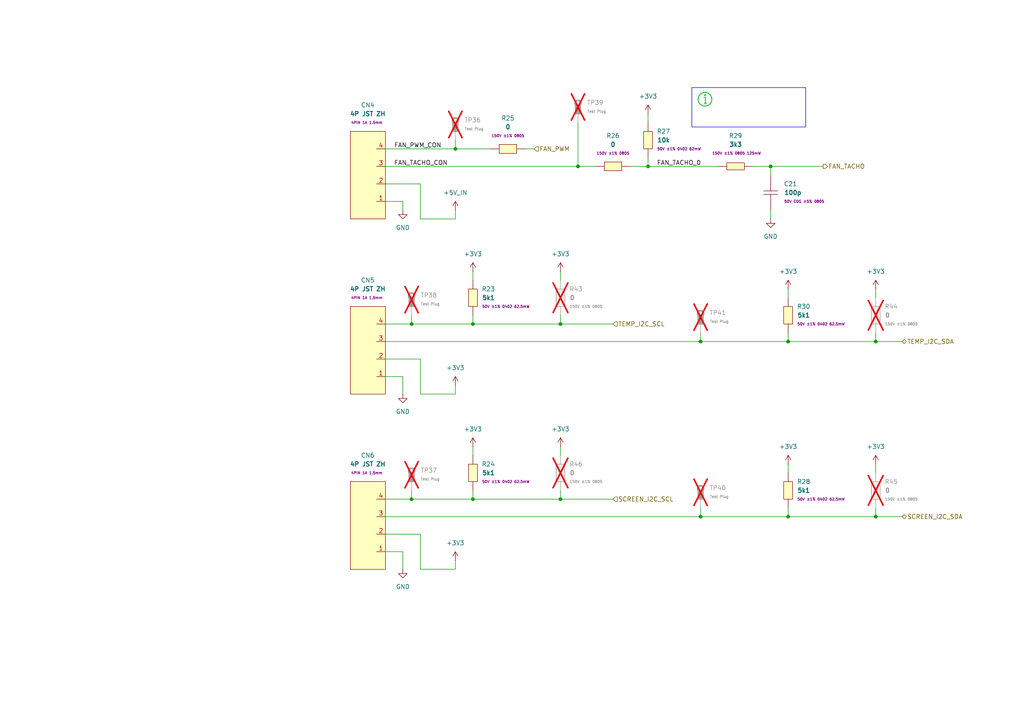
<source format=kicad_sch>
(kicad_sch (version 20231120) (generator "eeschema") (generator_version "8.0")
  (paper "A4")
  (lib_symbols
    (symbol "LiveAstra:+5V_IN" (power) (pin_numbers hide) (pin_names (offset 0) hide)
      (property "Value" "+5V_IN" (at 0 3.556 0))
      (symbol "+5V_IN_0_1"
        (polyline (pts (xy -0.762 1.27) (xy 0 2.54)))
        (polyline (pts (xy 0 0) (xy 0 2.54)))
        (polyline (pts (xy 0 2.54) (xy 0.762 1.27)))
      )
      (symbol "+5V_IN_1_1"
        (pin power_in line (at 0 0 90) (length 0) (name "~") (number "1"))
      )
    )
    (symbol "LiveAstra:C_100pF_C0G_0805" (pin_numbers hide) (pin_names hide)
      (property "Reference" "C" (at 0 8.89 0))
      (property "Value" "100p" (at 0 6.35 0))
      (property "Extra Values" "50V C0G ±5% 0805" (at 0 3.81 0))
      (symbol "C_100pF_C0G_0805_0_1"
        (polyline (pts (xy -2.54 0) (xy -0.51 0)))
        (polyline (pts (xy -0.51 2.03) (xy -0.51 -2.03)))
        (polyline (pts (xy 0.51 0) (xy 2.54 0)))
        (polyline (pts (xy 0.51 2.03) (xy 0.51 -2.03)))
      )
      (symbol "C_100pF_C0G_0805_1_1"
        (pin passive line (at -5.08 0 0) (length 2.54) (name "1") (number "1"))
        (pin passive line (at 5.08 0 180) (length 2.54) (name "2") (number "2"))
      )
    )
    (symbol "LiveAstra:JST_ZH_4PIN_1A_50V" (pin_names hide)
      (property "Reference" "CN" (at 0 19.05 0))
      (property "Value" "4P JST ZH" (at 0 16.51 0))
      (property "Extra Values" "4PIN 1A 1.5mm " (at 0 13.97 0))
      (symbol "JST_ZH_4PIN_1A_50V_0_1"
        (rectangle (start -5.08 12.7) (end 5.08 -12.7) (fill (type background)))
      )
      (symbol "JST_ZH_4PIN_1A_50V_1_1"
        (pin passive line (at -5.08 7.62 0) (length 2.54) (name "1") (number "1"))
        (pin passive line (at -5.08 2.54 0) (length 2.54) (name "2") (number "2"))
        (pin passive line (at -5.08 -2.54 0) (length 2.54) (name "3") (number "3"))
        (pin passive line (at -5.08 -7.62 0) (length 2.54) (name "4") (number "4"))
      )
    )
    (symbol "LiveAstra:R_0Ohm_0805_125mW" (pin_numbers hide) (pin_names hide)
      (property "Reference" "R" (at 0 7.62 0))
      (property "Value" "0" (at 0 5.08 0))
      (property "Extra Values" "150V ±1% 0805" (at 0 2.54 0))
      (symbol "R_0Ohm_0805_125mW_0_1"
        (rectangle (start -2.54 1.27) (end 2.54 -1.27) (fill (type background)))
      )
      (symbol "R_0Ohm_0805_125mW_1_1"
        (pin passive line (at -5.08 0 0) (length 2.54) (name "1") (number "1"))
        (pin passive line (at 5.08 0 180) (length 2.54) (name "2") (number "2"))
      )
    )
    (symbol "LiveAstra:R_10kOhm_0402_62mW" (pin_numbers hide) (pin_names hide)
      (property "Reference" "R" (at 0 7.62 0))
      (property "Value" "10k" (at 0 5.08 0))
      (property "Extra Values" "50V ±1% 0402 62mW" (at 0 2.54 0))
      (symbol "R_10kOhm_0402_62mW_0_1"
        (rectangle (start -2.54 1.27) (end 2.54 -1.27) (fill (type background)))
      )
      (symbol "R_10kOhm_0402_62mW_1_1"
        (pin passive line (at -5.08 0 0) (length 2.54) (name "1") (number "1"))
        (pin passive line (at 5.08 0 180) (length 2.54) (name "2") (number "2"))
      )
    )
    (symbol "LiveAstra:R_3k3Ohm_0805_125mW" (pin_numbers hide) (pin_names hide)
      (property "Reference" "R" (at 0 7.62 0))
      (property "Value" "3k3" (at 0 5.08 0))
      (property "Extra Values" " 150V ±1% 0805 125mW" (at 0 2.54 0))
      (symbol "R_3k3Ohm_0805_125mW_0_1"
        (rectangle (start -2.54 1.02) (end 2.54 -1.02) (fill (type background)))
      )
      (symbol "R_3k3Ohm_0805_125mW_1_1"
        (pin passive line (at -5.08 0 0) (length 2.54) (name "1") (number "1"))
        (pin passive line (at 5.08 0 180) (length 2.54) (name "2") (number "2"))
      )
    )
    (symbol "LiveAstra:R_5k1Ohm_0402_62mW" (pin_numbers hide) (pin_names hide)
      (property "Reference" "R" (at 0 7.62 0))
      (property "Value" "5k1" (at 0 5.08 0))
      (property "Extra Values" "50V ±1% 0402 62.5mW " (at 0 2.54 0))
      (symbol "R_5k1Ohm_0402_62mW_0_1"
        (rectangle (start -2.54 1.27) (end 2.54 -1.27) (fill (type background)))
      )
      (symbol "R_5k1Ohm_0402_62mW_1_1"
        (pin passive line (at -5.08 0 0) (length 2.54) (name "1") (number "1"))
        (pin passive line (at 5.08 0 180) (length 2.54) (name "2") (number "2"))
      )
    )
    (symbol "LiveAstra:TestPoint_Thimble" (pin_numbers hide) (pin_names hide) (in_bom no)
      (property "Reference" "TP" (at 0 9.5043 0))
      (property "Extra Values" "Test Plug" (at 0 7.62 0))
      (symbol "TestPoint_Thimble_1_1"
        (rectangle (start -0.762 5.08) (end 0.762 2.54) (stroke (width 0.254)) (fill (type outline)))
        (arc (start 0.508 4.9323) (mid 0 6.4175) (end -0.508 4.9323) (stroke (width 0.508)))
        (pin passive line (at 0 0 90) (length 2.54) (name "1") (number "1"))
      )
    )
    (symbol "power:+3V3" (power) (pin_numbers hide) (pin_names (offset 0) hide)
      (property "Value" "+3V3" (at 0 3.556 0))
      (symbol "+3V3_0_1"
        (polyline (pts (xy -0.762 1.27) (xy 0 2.54)))
        (polyline (pts (xy 0 0) (xy 0 2.54)))
        (polyline (pts (xy 0 2.54) (xy 0.762 1.27)))
      )
      (symbol "+3V3_1_1"
        (pin power_in line (at 0 0 90) (length 0) (name "~") (number "1"))
      )
    )
    (symbol "power:GND" (power) (pin_numbers hide) (pin_names (offset 0) hide)
      (property "Value" "GND" (at 0 -3.81 0))
      (symbol "GND_0_1"
        (polyline (pts (xy 0 0) (xy 0 -1.27) (xy 1.27 -1.27) (xy 0 -2.54) (xy -1.27 -1.27) (xy 0 -1.27)))
      )
      (symbol "GND_1_1"
        (pin power_in line (at 0 0 270) (length 0) (name "~") (number "1"))
      )
    )
  )
  (junction (at 228.6 99.06))
  (junction (at 162.56 93.98))
  (junction (at 119.38 144.78))
  (junction (at 223.52 48.26))
  (junction (at 132.08 43.18))
  (junction (at 119.38 93.98))
  (junction (at 228.6 149.86))
  (junction (at 187.96 48.26))
  (junction (at 203.2 149.86))
  (junction (at 203.2 99.06))
  (junction (at 137.16 93.98))
  (junction (at 167.64 48.26))
  (junction (at 137.16 144.78))
  (junction (at 254 149.86))
  (junction (at 162.56 144.78))
  (junction (at 254 99.06))
  (wire (pts (xy 137.16 78.74) (xy 137.16 81.28)))
  (wire (pts (xy 152.4 43.18) (xy 154.94 43.18)))
  (wire (pts (xy 121.92 104.14) (xy 121.92 114.3)))
  (polyline (pts (xy 204.47 26.67) (xy 204.47 26.67)) (stroke (width -0.0001) (type solid)))
  (wire (pts (xy 162.56 144.78) (xy 177.8 144.78)))
  (wire (pts (xy 254 147.32) (xy 254 149.86)))
  (wire (pts (xy 137.16 91.44) (xy 137.16 93.98)))
  (wire (pts (xy 228.6 96.52) (xy 228.6 99.06)))
  (wire (pts (xy 137.16 93.98) (xy 162.56 93.98)))
  (wire (pts (xy 132.08 60.96) (xy 132.08 63.5)))
  (wire (pts (xy 121.92 53.34) (xy 121.92 63.5)))
  (wire (pts (xy 162.56 142.24) (xy 162.56 144.78)))
  (wire (pts (xy 119.38 142.24) (xy 119.38 144.78)))
  (wire (pts (xy 121.92 154.94) (xy 121.92 165.1)))
  (wire (pts (xy 111.76 53.34) (xy 121.92 53.34)))
  (wire (pts (xy 218.44 48.26) (xy 223.52 48.26)))
  (wire (pts (xy 111.76 99.06) (xy 203.2 99.06)))
  (wire (pts (xy 116.84 58.42) (xy 111.76 58.42)))
  (wire (pts (xy 254 99.06) (xy 261.62 99.06)))
  (wire (pts (xy 111.76 48.26) (xy 167.64 48.26)))
  (wire (pts (xy 111.76 104.14) (xy 121.92 104.14)))
  (wire (pts (xy 116.84 160.02) (xy 111.76 160.02)))
  (wire (pts (xy 162.56 93.98) (xy 177.8 93.98)))
  (wire (pts (xy 162.56 91.44) (xy 162.56 93.98)))
  (wire (pts (xy 111.76 93.98) (xy 119.38 93.98)))
  (wire (pts (xy 254 96.52) (xy 254 99.06)))
  (wire (pts (xy 116.84 60.96) (xy 116.84 58.42)))
  (wire (pts (xy 187.96 45.72) (xy 187.96 48.26)))
  (wire (pts (xy 187.96 33.02) (xy 187.96 35.56)))
  (wire (pts (xy 111.76 144.78) (xy 119.38 144.78)))
  (wire (pts (xy 167.64 35.56) (xy 167.64 48.26)))
  (wire (pts (xy 121.92 165.1) (xy 132.08 165.1)))
  (wire (pts (xy 203.2 149.86) (xy 228.6 149.86)))
  (wire (pts (xy 203.2 147.32) (xy 203.2 149.86)))
  (wire (pts (xy 116.84 165.1) (xy 116.84 160.02)))
  (wire (pts (xy 203.2 99.06) (xy 228.6 99.06)))
  (wire (pts (xy 116.84 109.22) (xy 111.76 109.22)))
  (wire (pts (xy 254 134.62) (xy 254 137.16)))
  (wire (pts (xy 254 149.86) (xy 261.62 149.86)))
  (wire (pts (xy 223.52 63.5) (xy 223.52 60.96)))
  (wire (pts (xy 162.56 78.74) (xy 162.56 81.28)))
  (wire (pts (xy 121.92 63.5) (xy 132.08 63.5)))
  (wire (pts (xy 116.84 114.3) (xy 116.84 109.22)))
  (wire (pts (xy 228.6 83.82) (xy 228.6 86.36)))
  (wire (pts (xy 223.52 48.26) (xy 223.52 50.8)))
  (wire (pts (xy 228.6 149.86) (xy 254 149.86)))
  (wire (pts (xy 137.16 129.54) (xy 137.16 132.08)))
  (wire (pts (xy 203.2 96.52) (xy 203.2 99.06)))
  (wire (pts (xy 121.92 114.3) (xy 132.08 114.3)))
  (wire (pts (xy 182.88 48.26) (xy 187.96 48.26)))
  (wire (pts (xy 111.76 149.86) (xy 203.2 149.86)))
  (wire (pts (xy 111.76 43.18) (xy 132.08 43.18)))
  (wire (pts (xy 119.38 144.78) (xy 137.16 144.78)))
  (wire (pts (xy 132.08 162.56) (xy 132.08 165.1)))
  (wire (pts (xy 162.56 129.54) (xy 162.56 132.08)))
  (wire (pts (xy 137.16 142.24) (xy 137.16 144.78)))
  (wire (pts (xy 167.64 48.26) (xy 172.72 48.26)))
  (wire (pts (xy 228.6 147.32) (xy 228.6 149.86)))
  (wire (pts (xy 223.52 48.26) (xy 238.76 48.26)))
  (wire (pts (xy 132.08 111.76) (xy 132.08 114.3)))
  (wire (pts (xy 137.16 144.78) (xy 162.56 144.78)))
  (wire (pts (xy 187.96 48.26) (xy 208.28 48.26)))
  (wire (pts (xy 254 83.82) (xy 254 86.36)))
  (wire (pts (xy 119.38 93.98) (xy 137.16 93.98)))
  (wire (pts (xy 119.38 91.44) (xy 119.38 93.98)))
  (wire (pts (xy 132.08 40.64) (xy 132.08 43.18)))
  (wire (pts (xy 142.24 43.18) (xy 132.08 43.18)))
  (wire (pts (xy 228.6 134.62) (xy 228.6 137.16)))
  (wire (pts (xy 228.6 99.06) (xy 254 99.06)))
  (wire (pts (xy 111.76 154.94) (xy 121.92 154.94)))
  (rectangle (start 200.66 25.4) (end 233.68 36.83))
  (polyline (pts (xy 204.4836 27.3318) (xy 204.497 27.3328) (xy 204.5103 27.3345) (xy 204.5233 27.3368) (xy 204.5361 27.3398) (xy 204.5486 27.3434) (xy 204.5609 27.3475) (xy 204.573 27.3523) (xy 204.5847 27.3575) (xy 204.5961 27.3634) (xy 204.6072 27.3698) (xy 204.6179 27.3766) (xy 204.6283 27.384) (xy 204.6383 27.3919) (xy 204.6479 27.4002) (xy 204.6571 27.409) (xy 204.6658 27.4181) (xy 204.6741 27.4277) (xy 204.682 27.4377) (xy 204.6894 27.4481) (xy 204.6962 27.4588) (xy 204.7026 27.4699) (xy 204.7085 27.4813) (xy 204.7138 27.4931) (xy 204.7185 27.5051) (xy 204.7227 27.5174) (xy 204.7262 27.5299) (xy 204.7292 27.5427) (xy 204.7315 27.5557) (xy 204.7332 27.569) (xy 204.7342 27.5824) (xy 204.7345 27.596) (xy 204.7342 27.6097) (xy 204.7332 27.6231) (xy 204.7315 27.6363) (xy 204.7292 27.6494) (xy 204.7262 27.6622) (xy 204.7227 27.6747) (xy 204.7185 27.687) (xy 204.7138 27.699) (xy 204.7085 27.7107) (xy 204.7026 27.7222) (xy 204.6962 27.7332) (xy 204.6894 27.744) (xy 204.682 27.7543) (xy 204.6741 27.7643) (xy 204.6658 27.7739) (xy 204.6571 27.7831) (xy 204.6479 27.7919) (xy 204.6383 27.8002) (xy 204.6283 27.8081) (xy 204.6179 27.8154) (xy 204.6072 27.8223) (xy 204.5961 27.8287) (xy 204.5847 27.8345) (xy 204.573 27.8398) (xy 204.5609 27.8446) (xy 204.5486 27.8487) (xy 204.5361 27.8523) (xy 204.5233 27.8552) (xy 204.5103 27.8576) (xy 204.497 27.8593) (xy 204.4836 27.8603) (xy 204.47 27.8606) (xy 204.4564 27.8603) (xy 204.4429 27.8593) (xy 204.4297 27.8576) (xy 204.4166 27.8552) (xy 204.4038 27.8523) (xy 204.3913 27.8487) (xy 204.379 27.8446) (xy 204.367 27.8398) (xy 204.3553 27.8345) (xy 204.3439 27.8287) (xy 204.3328 27.8223) (xy 204.322 27.8154) (xy 204.3117 27.8081) (xy 204.3017 27.8002) (xy 204.2921 27.7919) (xy 204.2829 27.7831) (xy 204.2741 27.7739) (xy 204.2658 27.7643) (xy 204.2579 27.7543) (xy 204.2506 27.744) (xy 204.2437 27.7332) (xy 204.2373 27.7222) (xy 204.2315 27.7107) (xy 204.2262 27.699) (xy 204.2214 27.687) (xy 204.2173 27.6747) (xy 204.2137 27.6622) (xy 204.2108 27.6494) (xy 204.2084 27.6363) (xy 204.2067 27.6231) (xy 204.2057 27.6097) (xy 204.2054 27.596) (xy 204.2057 27.5824) (xy 204.2067 27.569) (xy 204.2084 27.5557) (xy 204.2108 27.5427) (xy 204.2137 27.5299) (xy 204.2173 27.5174) (xy 204.2214 27.5051) (xy 204.2262 27.4931) (xy 204.2315 27.4813) (xy 204.2373 27.4699) (xy 204.2437 27.4588) (xy 204.2506 27.4481) (xy 204.2579 27.4377) (xy 204.2658 27.4277) (xy 204.2741 27.4181) (xy 204.2829 27.409) (xy 204.2921 27.4002) (xy 204.3017 27.3919) (xy 204.3117 27.384) (xy 204.322 27.3766) (xy 204.3328 27.3698) (xy 204.3439 27.3634) (xy 204.3553 27.3575) (xy 204.367 27.3523) (xy 204.379 27.3475) (xy 204.3913 27.3434) (xy 204.4038 27.3398) (xy 204.4166 27.3368) (xy 204.4297 27.3345) (xy 204.4429 27.3328) (xy 204.4564 27.3318) (xy 204.47 27.3315) (xy 204.4836 27.3318)) (stroke (width -0.0001) (type solid)) (fill (type color) (color 34 187 51 1)))
  (polyline (pts (xy 204.4831 28.1255) (xy 204.4961 28.1265) (xy 204.509 28.1281) (xy 204.5218 28.1303) (xy 204.5345 28.1332) (xy 204.5469 28.1366) (xy 204.5592 28.1407) (xy 204.5712 28.1453) (xy 204.583 28.1506) (xy 204.5946 28.1564) (xy 204.6058 28.1627) (xy 204.6168 28.1697) (xy 204.6274 28.1771) (xy 204.6376 28.1851) (xy 204.6475 28.1937) (xy 204.6571 28.2027) (xy 204.6661 28.2122) (xy 204.6746 28.2221) (xy 204.6826 28.2324) (xy 204.6901 28.243) (xy 204.697 28.2539) (xy 204.7034 28.2652) (xy 204.7092 28.2767) (xy 204.7144 28.2885) (xy 204.7191 28.3006) (xy 204.7231 28.3128) (xy 204.7266 28.3253) (xy 204.7294 28.3379) (xy 204.7317 28.3507) (xy 204.7333 28.3636) (xy 204.7342 28.3767) (xy 204.7345 28.3898) (xy 204.7345 29.845) (xy 204.9991 29.845) (xy 204.9991 30.1096) (xy 204.2054 30.1096) (xy 204.2054 29.845) (xy 204.47 29.845) (xy 204.47 28.3898) (xy 204.0731 28.3898) (xy 204.0731 28.1252) (xy 204.47 28.1252) (xy 204.4831 28.1255)) (stroke (width -0.0001) (type solid)) (fill (type color) (color 34 187 51 1)))
  (polyline (pts (xy 204.5749 26.6726) (xy 204.6792 26.6804) (xy 204.7825 26.6932) (xy 204.8848 26.711) (xy 204.9859 26.7338) (xy 205.0856 26.7615) (xy 205.1837 26.7939) (xy 205.28 26.8311) (xy 205.3744 26.8729) (xy 205.4667 26.9194) (xy 205.5567 26.9703) (xy 205.6443 27.0256) (xy 205.7293 27.0853) (xy 205.8114 27.1493) (xy 205.8906 27.2176) (xy 205.9667 27.29) (xy 206.0391 27.366) (xy 206.1073 27.4452) (xy 206.1713 27.5274) (xy 206.231 27.6123) (xy 206.2864 27.6999) (xy 206.3373 27.7899) (xy 206.3837 27.8823) (xy 206.4255 27.9767) (xy 206.4627 28.073) (xy 206.4951 28.1711) (xy 206.5228 28.2707) (xy 206.5456 28.3718) (xy 206.5634 28.4741) (xy 206.5763 28.5775) (xy 206.584 28.6817) (xy 206.5866 28.7867) (xy 206.5851 28.8667) (xy 206.5806 28.9461) (xy 206.5732 29.0249) (xy 206.5629 29.1031) (xy 206.5498 29.1804) (xy 206.5338 29.257) (xy 206.5151 29.3326) (xy 206.4937 29.4073) (xy 206.4696 29.481) (xy 206.4429 29.5536) (xy 206.4136 29.625) (xy 206.3817 29.6952) (xy 206.3474 29.7642) (xy 206.3106 29.8318) (xy 206.2715 29.8979) (xy 206.2299 29.9626) (xy 206.186 30.0258) (xy 206.1399 30.0873) (xy 206.0915 30.1471) (xy 206.041 30.2052) (xy 205.9883 30.2615) (xy 205.9335 30.3159) (xy 205.8767 30.3684) (xy 205.8178 30.4188) (xy 205.757 30.4672) (xy 205.6943 30.5134) (xy 205.6297 30.5575) (xy 205.5632 30.5992) (xy 205.495 30.6387) (xy 205.425 30.6757) (xy 205.3533 30.7102) (xy 205.28 30.7422) (xy 205.1304 30.7977) (xy 204.9786 30.8414) (xy 204.8253 30.8734) (xy 204.671 30.8939) (xy 204.5164 30.9029) (xy 204.3622 30.9006) (xy 204.2088 30.8872) (xy 204.057 30.8627) (xy 203.9074 30.8272) (xy 203.7606 30.781) (xy 203.6172 30.724) (xy 203.4778 30.6565) (xy 203.3431 30.5786) (xy 203.2137 30.4903) (xy 203.0902 30.3919) (xy 202.9733 30.2834) (xy 202.8647 30.1664) (xy 202.7663 30.0429) (xy 202.678 29.9135) (xy 202.6001 29.7788) (xy 202.5326 29.6394) (xy 202.4757 29.496) (xy 202.4294 29.3492) (xy 202.394 29.1996) (xy 202.3695 29.0478) (xy 202.356 28.8945) (xy 202.355 28.8273) (xy 202.6183 28.8273) (xy 202.6262 28.9626) (xy 202.6441 29.0976) (xy 202.6721 29.2317) (xy 202.7103 29.3645) (xy 202.7589 29.4954) (xy 202.8171 29.6223) (xy 202.884 29.7433) (xy 202.959 29.8579) (xy 203.0418 29.966) (xy 203.1319 30.0673) (xy 203.2287 30.1613) (xy 203.3319 30.2479) (xy 203.441 30.3266) (xy 203.5555 30.3973) (xy 203.675 30.4595) (xy 203.7989 30.513) (xy 203.9269 30.5574) (xy 204.0585 30.5925) (xy 204.1931 30.618) (xy 204.3305 30.6335) (xy 204.47 30.6387) (xy 204.5618 30.6365) (xy 204.653 30.6297) (xy 204.7435 30.6185) (xy 204.833 30.6028) (xy 204.9214 30.5829) (xy 205.0086 30.5587) (xy 205.0944 30.5303) (xy 205.1787 30.4978) (xy 205.2613 30.4612) (xy 205.3421 30.4206) (xy 205.4209 30.376) (xy 205.4975 30.3276) (xy 205.5718 30.2753) (xy 205.6437 30.2193) (xy 205.713 30.1596) (xy 205.7796 30.0963) (xy 205.8429 30.0297) (xy 205.9026 29.9604) (xy 205.9586 29.8885) (xy 206.0109 29.8142) (xy 206.0593 29.7376) (xy 206.1039 29.6588) (xy 206.1445 29.578) (xy 206.1811 29.4954) (xy 206.2136 29.4111) (xy 206.242 29.3253) (xy 206.2662 29.2381) (xy 206.2861 29.1497) (xy 206.3018 29.0602) (xy 206.313 28.9697) (xy 206.3198 28.8785) (xy 206.322 28.7867) (xy 206.3207 28.7167) (xy 206.3168 28.6472) (xy 206.3103 28.5782) (xy 206.3013 28.5098) (xy 206.2898 28.4421) (xy 206.2758 28.3752) (xy 206.2595 28.309) (xy 206.2407 28.2436) (xy 206.2196 28.1791) (xy 206.1963 28.1156) (xy 206.1706 28.0531) (xy 206.1428 27.9917) (xy 206.1127 27.9313) (xy 206.0806 27.8722) (xy 206.0463 27.8143) (xy 206.0099 27.7577) (xy 205.9715 27.7025) (xy 205.9312 27.6486) (xy 205.8888 27.5963) (xy 205.8446 27.5454) (xy 205.7985 27.4962) (xy 205.7506 27.4486) (xy 205.7008 27.4027) (xy 205.6493 27.3585) (xy 205.5961 27.3162) (xy 205.5412 27.2757) (xy 205.4847 27.2372) (xy 205.4266 27.2007) (xy 205.3669 27.1662) (xy 205.3056 27.1338) (xy 205.2429 27.1036) (xy 205.1787 27.0756) (xy 205.0478 27.027) (xy 204.915 26.9888) (xy 204.7809 26.9608) (xy 204.6459 26.9429) (xy 204.5106 26.935) (xy 204.3756 26.937) (xy 204.2415 26.9487) (xy 204.1086 26.9702) (xy 203.9777 27.0012) (xy 203.8493 27.0417) (xy 203.7238 27.0915) (xy 203.6019 27.1505) (xy 203.484 27.2187) (xy 203.3708 27.296) (xy 203.2627 27.3821) (xy 203.1603 27.477) (xy 203.0654 27.5794) (xy 202.9793 27.6875) (xy 202.902 27.8007) (xy 202.8338 27.9186) (xy 202.7748 28.0405) (xy 202.725 28.166) (xy 202.6845 28.2944) (xy 202.6535 28.4253) (xy 202.632 28.5582) (xy 202.6203 28.6923) (xy 202.6183 28.8273) (xy 202.355 28.8273) (xy 202.3537 28.7402) (xy 202.3628 28.5856) (xy 202.3832 28.4314) (xy 202.4152 28.278) (xy 202.4589 28.1263) (xy 202.5144 27.9767) (xy 202.581 27.8316) (xy 202.6574 27.6934) (xy 202.7432 27.5624) (xy 202.8378 27.4388) (xy 202.9407 27.3231) (xy 203.0514 27.2156) (xy 203.1693 27.1167) (xy 203.294 27.0267) (xy 203.4249 26.946) (xy 203.5614 26.8749) (xy 203.703 26.8137) (xy 203.8493 26.7629) (xy 203.9997 26.7228) (xy 204.1536 26.6937) (xy 204.3105 26.676) (xy 204.47 26.67) (xy 204.5749 26.6726)) (stroke (width -0.0001) (type solid)) (fill (type color) (color 34 187 51 1)))
  (text "Cutoff frequency: 482kHz" (at 203.2 33.02 0) (effects (font (size 1.5 1.5)) (justify left top)))
  (text "RC Filter" (at 208.28 30.48 0) (effects (font (size 3 3)) (justify left)))
  (label "FAN_TACHO_CON" (at 114.3 48.26 0))
  (label "FAN_TACHO_0" (at 190.5 48.26 0))
  (label "FAN_PWM_CON" (at 114.3 43.18 0))
  (hierarchical_label "FAN_PWM" (shape input) (at 154.94 43.18 0))
  (hierarchical_label "SCREEN_I2C_SDA" (shape bidirectional) (at 261.62 149.86 0))
  (hierarchical_label "TEMP_I2C_SCL" (shape input) (at 177.8 93.98 0))
  (hierarchical_label "FAN_TACHO" (shape output) (at 238.76 48.26 0))
  (hierarchical_label "SCREEN_I2C_SCL" (shape input) (at 177.8 144.78 0))
  (hierarchical_label "TEMP_I2C_SDA" (shape bidirectional) (at 261.62 99.06 0))
  (symbol (lib_id "LiveAstra:TestPoint_Thimble") (at 203.2 96.52 0) (unit 1) (in_bom no) (dnp yes)
    (property "Reference" "TP41" (at 205.74 90.7076 0) (effects (justify left)))
    (property "Value" "TestPoint_Thimble" (effects (hide yes)))
    (property "Footprint" "LiveAstra:TestPoint_Loop_D3.50mm_Drill0.9mm_Beaded" (effects (hide yes)))
    (property "LCSC Part" "C5277086" (effects (hide yes)))
    (property "Extra Values" "Test Plug" (at 205.74 93.2476 0) (effects (font (size 0.762 0.762) (bold yes)) (justify left)))
  )
  (symbol (lib_id "power:+3V3") (at 162.56 78.74 0) (unit 1)
    (property "Reference" "#PWR090" (effects (hide yes)))
    (property "Value" "+3V3" (at 162.56 73.66 0))
    (property "Description" "Power symbol creates a global label with name \"+3V3\"" (effects (hide yes)))
  )
  (symbol (lib_id "LiveAstra:TestPoint_Thimble") (at 132.08 40.64 0) (unit 1) (in_bom no) (dnp yes)
    (property "Reference" "TP36" (at 134.62 34.8276 0) (effects (justify left)))
    (property "Value" "TestPoint_Thimble" (effects (hide yes)))
    (property "Footprint" "LiveAstra:TestPoint_Loop_D3.50mm_Drill0.9mm_Beaded" (effects (hide yes)))
    (property "LCSC Part" "C5277086" (effects (hide yes)))
    (property "Extra Values" "Test Plug" (at 134.62 37.3676 0) (effects (font (size 0.762 0.762) (bold yes)) (justify left)))
  )
  (symbol (lib_id "power:+3V3") (at 187.96 33.02 0) (unit 1)
    (property "Reference" "#PWR068" (effects (hide yes)))
    (property "Value" "+3V3" (at 187.96 27.94 0))
    (property "Description" "Power symbol creates a global label with name \"+3V3\"" (effects (hide yes)))
  )
  (symbol (lib_id "LiveAstra:R_0Ohm_0805_125mW") (at 177.8 48.26 0) (unit 1)
    (property "Reference" "R26" (at 177.8 39.37 0))
    (property "Value" "0" (at 177.8 41.91 0) (effects (font (bold yes))))
    (property "Footprint" "LiveAstra:R_0805_2012Metric_Pad1.20x1.40mm_HandSolder" (effects (hide yes)))
    (property "Datasheet" "https://lcsc.com/product-detail/Chip-Resistor-Surface-Mount-UniOhm_0R-0R0-1_C17477.html" (effects (hide yes)))
    (property "Description" "Thick Film Resistors" (effects (hide yes)))
    (property "LCSC Part" "C17477" (effects (hide yes)))
    (property "Extra Values" "150V ±1% 0805" (at 177.8 44.45 0) (effects (font (size 0.762 0.762) (bold yes))))
  )
  (symbol (lib_id "power:+3V3") (at 228.6 83.82 0) (unit 1)
    (property "Reference" "#PWR070" (effects (hide yes)))
    (property "Value" "+3V3" (at 228.6 78.74 0))
    (property "Description" "Power symbol creates a global label with name \"+3V3\"" (effects (hide yes)))
  )
  (symbol (lib_id "LiveAstra:JST_ZH_4PIN_1A_50V") (at 106.68 152.4 180) (unit 1)
    (property "Reference" "CN6" (at 106.68 132.08 0))
    (property "Value" "4P JST ZH" (at 106.68 134.62 0) (effects (font (bold yes))))
    (property "Footprint" "LiveAstra:JST_ZH_B4B-ZR_1x04_P1.50mm_Vertical" (effects (hide yes)))
    (property "Datasheet" "https://lcsc.com/product-detail/ZH-Connectors-1-5mm_JST_B4B-ZR-3-4-LF-SN_ZHsocket-1-4P-pitch1-5mm_C163034.html" (effects (hide yes)))
    (property "Description" "ZH CONNECTOR 1.5mm pitch/Disconnectable Crimp style connectors" (effects (hide yes)))
    (property "LCSC Part" "C163034" (effects (hide yes)))
    (property "Extra Values" "4PIN 1A 1.5mm " (at 106.68 137.16 0) (effects (font (size 0.762 0.762) (bold yes))))
  )
  (symbol (lib_id "LiveAstra:R_5k1Ohm_0402_62mW") (at 137.16 86.36 90) (unit 1)
    (property "Reference" "R23" (at 139.7 83.8199 90) (effects (justify right)))
    (property "Value" "5k1" (at 139.7 86.36 90) (effects (font (bold yes)) (justify right)))
    (property "Footprint" "LiveAstra:R_0402_1005Metric" (effects (hide yes)))
    (property "Datasheet" "https://lcsc.com/product-detail/Chip-Resistor-Surface-Mount-UniOhm_5-1KR-5101-1_C25905.html" (effects (hide yes)))
    (property "Description" "Thick Film Resistor" (effects (hide yes)))
    (property "LCSC Part" "C25905" (effects (hide yes)))
    (property "Extra Values" "50V ±1% 0402 62.5mW " (at 139.7 88.8999 90) (effects (font (size 0.762 0.762) (bold yes)) (justify right)))
  )
  (symbol (lib_id "LiveAstra:+5V_IN") (at 132.08 60.96 0) (unit 1)
    (property "Reference" "#PWR065" (effects (hide yes)))
    (property "Value" "+5V_IN" (at 132.08 55.88 0))
    (property "Description" "Power symbol creates a global label with name \"+5V_IN\"" (effects (hide yes)))
  )
  (symbol (lib_id "LiveAstra:C_100pF_C0G_0805") (at 223.52 55.88 90) (unit 1)
    (property "Reference" "C21" (at 227.33 53.3399 90) (effects (justify right)))
    (property "Value" "100p" (at 227.33 55.88 90) (effects (font (bold yes)) (justify right)))
    (property "Footprint" "LiveAstra:C_0805_2012Metric_Pad1.18x1.45mm_HandSolder" (effects (hide yes)))
    (property "Datasheet" "https://lcsc.com/product-detail/Multilayer-Ceramic-Capacitors-MLCC-SMD-SMT_SAMSUNG_CL21C101JBANNNC_100pF-101-5-50V_C1790.html" (effects (hide yes)))
    (property "Description" "Multilayer Ceramic Capacitors" (effects (hide yes)))
    (property "LCSC Part" "C1790" (effects (hide yes)))
    (property "Extra Values" "50V C0G ±5% 0805" (at 227.33 58.4199 90) (effects (font (size 0.762 0.762) (bold yes)) (justify right)))
  )
  (symbol (lib_id "power:+3V3") (at 132.08 111.76 0) (unit 1)
    (property "Reference" "#PWR066" (effects (hide yes)))
    (property "Value" "+3V3" (at 132.08 106.68 0))
    (property "Description" "Power symbol creates a global label with name \"+3V3\"" (effects (hide yes)))
  )
  (symbol (lib_id "LiveAstra:R_10kOhm_0402_62mW") (at 187.96 40.64 90) (unit 1)
    (property "Reference" "R27" (at 190.5 38.0999 90) (effects (justify right)))
    (property "Value" "10k" (at 190.5 40.64 90) (effects (font (bold yes)) (justify right)))
    (property "Footprint" "LiveAstra:R_0402_1005Metric" (effects (hide yes)))
    (property "Datasheet" "https://wmsc.lcsc.com/wmsc/upload/file/pdf/v2/lcsc/2206010100_UNI-ROYAL-Uniroyal-Elec-0402WGF1002TCE_C25744.pdf" (effects (hide yes)))
    (property "Description" "Thick Film Resistors" (effects (hide yes)))
    (property "LCSC Part" "C25744" (effects (hide yes)))
    (property "Extra Values" "50V ±1% 0402 62mW" (at 190.5 43.1799 90) (effects (font (size 0.762 0.762) (bold yes)) (justify right)))
  )
  (symbol (lib_id "power:GND") (at 116.84 165.1 0) (unit 1)
    (property "Reference" "#PWR062" (effects (hide yes)))
    (property "Value" "GND" (at 116.84 170.18 0))
    (property "Description" "Power symbol creates a global label with name \"GND\" , ground" (effects (hide yes)))
  )
  (symbol (lib_id "power:+3V3") (at 254 134.62 0) (unit 1)
    (property "Reference" "#PWR092" (effects (hide yes)))
    (property "Value" "+3V3" (at 254 129.54 0))
    (property "Description" "Power symbol creates a global label with name \"+3V3\"" (effects (hide yes)))
  )
  (symbol (lib_id "LiveAstra:TestPoint_Thimble") (at 119.38 142.24 0) (unit 1) (in_bom no) (dnp yes)
    (property "Reference" "TP37" (at 121.92 136.4276 0) (effects (justify left)))
    (property "Value" "TestPoint_Thimble" (effects (hide yes)))
    (property "Footprint" "LiveAstra:TestPoint_Loop_D3.50mm_Drill0.9mm_Beaded" (effects (hide yes)))
    (property "LCSC Part" "C5277086" (effects (hide yes)))
    (property "Extra Values" "Test Plug" (at 121.92 138.9676 0) (effects (font (size 0.762 0.762) (bold yes)) (justify left)))
  )
  (symbol (lib_id "power:+3V3") (at 254 83.82 0) (unit 1)
    (property "Reference" "#PWR091" (effects (hide yes)))
    (property "Value" "+3V3" (at 254 78.74 0))
    (property "Description" "Power symbol creates a global label with name \"+3V3\"" (effects (hide yes)))
  )
  (symbol (lib_id "power:GND") (at 116.84 60.96 0) (unit 1)
    (property "Reference" "#PWR060" (effects (hide yes)))
    (property "Value" "GND" (at 116.84 66.04 0))
    (property "Description" "Power symbol creates a global label with name \"GND\" , ground" (effects (hide yes)))
  )
  (symbol (lib_id "power:+3V3") (at 137.16 78.74 0) (unit 1)
    (property "Reference" "#PWR063" (effects (hide yes)))
    (property "Value" "+3V3" (at 137.16 73.66 0))
    (property "Description" "Power symbol creates a global label with name \"+3V3\"" (effects (hide yes)))
  )
  (symbol (lib_id "power:GND") (at 116.84 114.3 0) (unit 1)
    (property "Reference" "#PWR061" (effects (hide yes)))
    (property "Value" "GND" (at 116.84 119.38 0))
    (property "Description" "Power symbol creates a global label with name \"GND\" , ground" (effects (hide yes)))
  )
  (symbol (lib_id "power:+3V3") (at 162.56 129.54 0) (unit 1)
    (property "Reference" "#PWR093" (effects (hide yes)))
    (property "Value" "+3V3" (at 162.56 124.46 0))
    (property "Description" "Power symbol creates a global label with name \"+3V3\"" (effects (hide yes)))
  )
  (symbol (lib_id "LiveAstra:TestPoint_Thimble") (at 167.64 35.56 0) (unit 1) (in_bom no) (dnp yes)
    (property "Reference" "TP39" (at 170.18 29.7476 0) (effects (justify left)))
    (property "Value" "TestPoint_Thimble" (effects (hide yes)))
    (property "Footprint" "LiveAstra:TestPoint_Loop_D3.50mm_Drill0.9mm_Beaded" (effects (hide yes)))
    (property "LCSC Part" "C5277086" (effects (hide yes)))
    (property "Extra Values" "Test Plug" (at 170.18 32.2876 0) (effects (font (size 0.762 0.762) (bold yes)) (justify left)))
  )
  (symbol (lib_id "LiveAstra:R_5k1Ohm_0402_62mW") (at 228.6 142.24 90) (unit 1)
    (property "Reference" "R28" (at 231.14 139.6999 90) (effects (justify right)))
    (property "Value" "5k1" (at 231.14 142.24 90) (effects (font (bold yes)) (justify right)))
    (property "Footprint" "LiveAstra:R_0402_1005Metric" (effects (hide yes)))
    (property "Datasheet" "https://lcsc.com/product-detail/Chip-Resistor-Surface-Mount-UniOhm_5-1KR-5101-1_C25905.html" (effects (hide yes)))
    (property "Description" "Thick Film Resistor" (effects (hide yes)))
    (property "LCSC Part" "C25905" (effects (hide yes)))
    (property "Extra Values" "50V ±1% 0402 62.5mW " (at 231.14 144.7799 90) (effects (font (size 0.762 0.762) (bold yes)) (justify right)))
  )
  (symbol (lib_id "LiveAstra:R_0Ohm_0805_125mW") (at 254 142.24 90) (unit 1) (dnp yes)
    (property "Reference" "R45" (at 256.54 139.6999 90) (effects (justify right)))
    (property "Value" "0" (at 256.54 142.24 90) (effects (font (bold yes)) (justify right)))
    (property "Footprint" "LiveAstra:R_0805_2012Metric_Pad1.20x1.40mm_HandSolder" (effects (hide yes)))
    (property "Datasheet" "https://lcsc.com/product-detail/Chip-Resistor-Surface-Mount-UniOhm_0R-0R0-1_C17477.html" (effects (hide yes)))
    (property "Description" "Thick Film Resistors" (effects (hide yes)))
    (property "LCSC Part" "C17477" (effects (hide yes)))
    (property "Extra Values" "150V ±1% 0805" (at 256.54 144.7799 90) (effects (font (size 0.762 0.762) (bold yes)) (justify right)))
  )
  (symbol (lib_id "LiveAstra:TestPoint_Thimble") (at 119.38 91.44 0) (unit 1) (in_bom no) (dnp yes)
    (property "Reference" "TP38" (at 121.92 85.6276 0) (effects (justify left)))
    (property "Value" "TestPoint_Thimble" (effects (hide yes)))
    (property "Footprint" "LiveAstra:TestPoint_Loop_D3.50mm_Drill0.9mm_Beaded" (effects (hide yes)))
    (property "LCSC Part" "C5277086" (effects (hide yes)))
    (property "Extra Values" "Test Plug" (at 121.92 88.1676 0) (effects (font (size 0.762 0.762) (bold yes)) (justify left)))
  )
  (symbol (lib_id "LiveAstra:R_3k3Ohm_0805_125mW") (at 213.36 48.26 0) (unit 1)
    (property "Reference" "R29" (at 213.36 39.37 0))
    (property "Value" "3k3" (at 213.36 41.91 0) (effects (font (bold yes))))
    (property "Footprint" "LiveAstra:R_0805_2012Metric_Pad1.20x1.40mm_HandSolder" (effects (hide yes)))
    (property "Datasheet" "https://lcsc.com/product-detail/Chip-Resistor-Surface-Mount-UniOhm_3-3KR-3301-1_C26010.html" (effects (hide yes)))
    (property "Description" "Thick Film Resistor" (effects (hide yes)))
    (property "LCSC Part" "C26010" (effects (hide yes)))
    (property "Extra Values" " 150V ±1% 0805 125mW" (at 213.36 44.45 0) (effects (font (size 0.762 0.762) (bold yes))))
  )
  (symbol (lib_id "LiveAstra:JST_ZH_4PIN_1A_50V") (at 106.68 101.6 180) (unit 1)
    (property "Reference" "CN5" (at 106.68 81.28 0))
    (property "Value" "4P JST ZH" (at 106.68 83.82 0) (effects (font (bold yes))))
    (property "Footprint" "LiveAstra:JST_ZH_B4B-ZR_1x04_P1.50mm_Vertical" (effects (hide yes)))
    (property "Datasheet" "https://lcsc.com/product-detail/ZH-Connectors-1-5mm_JST_B4B-ZR-3-4-LF-SN_ZHsocket-1-4P-pitch1-5mm_C163034.html" (effects (hide yes)))
    (property "Description" "ZH CONNECTOR 1.5mm pitch/Disconnectable Crimp style connectors" (effects (hide yes)))
    (property "LCSC Part" "C163034" (effects (hide yes)))
    (property "Extra Values" "4PIN 1A 1.5mm " (at 106.68 86.36 0) (effects (font (size 0.762 0.762) (bold yes))))
  )
  (symbol (lib_id "power:+3V3") (at 137.16 129.54 0) (unit 1)
    (property "Reference" "#PWR064" (effects (hide yes)))
    (property "Value" "+3V3" (at 137.16 124.46 0))
    (property "Description" "Power symbol creates a global label with name \"+3V3\"" (effects (hide yes)))
  )
  (symbol (lib_id "LiveAstra:R_0Ohm_0805_125mW") (at 147.32 43.18 0) (unit 1)
    (property "Reference" "R25" (at 147.32 34.29 0))
    (property "Value" "0" (at 147.32 36.83 0) (effects (font (bold yes))))
    (property "Footprint" "LiveAstra:R_0805_2012Metric_Pad1.20x1.40mm_HandSolder" (effects (hide yes)))
    (property "Datasheet" "https://lcsc.com/product-detail/Chip-Resistor-Surface-Mount-UniOhm_0R-0R0-1_C17477.html" (effects (hide yes)))
    (property "Description" "Thick Film Resistors" (effects (hide yes)))
    (property "LCSC Part" "C17477" (effects (hide yes)))
    (property "Extra Values" "150V ±1% 0805" (at 147.32 39.37 0) (effects (font (size 0.762 0.762) (bold yes))))
  )
  (symbol (lib_id "power:+3V3") (at 132.08 162.56 0) (unit 1)
    (property "Reference" "#PWR067" (effects (hide yes)))
    (property "Value" "+3V3" (at 132.08 157.48 0))
    (property "Description" "Power symbol creates a global label with name \"+3V3\"" (effects (hide yes)))
  )
  (symbol (lib_id "power:+3V3") (at 228.6 134.62 0) (unit 1)
    (property "Reference" "#PWR069" (effects (hide yes)))
    (property "Value" "+3V3" (at 228.6 129.54 0))
    (property "Description" "Power symbol creates a global label with name \"+3V3\"" (effects (hide yes)))
  )
  (symbol (lib_id "LiveAstra:R_5k1Ohm_0402_62mW") (at 137.16 137.16 90) (unit 1)
    (property "Reference" "R24" (at 139.7 134.6199 90) (effects (justify right)))
    (property "Value" "5k1" (at 139.7 137.16 90) (effects (font (bold yes)) (justify right)))
    (property "Footprint" "LiveAstra:R_0402_1005Metric" (effects (hide yes)))
    (property "Datasheet" "https://lcsc.com/product-detail/Chip-Resistor-Surface-Mount-UniOhm_5-1KR-5101-1_C25905.html" (effects (hide yes)))
    (property "Description" "Thick Film Resistor" (effects (hide yes)))
    (property "LCSC Part" "C25905" (effects (hide yes)))
    (property "Extra Values" "50V ±1% 0402 62.5mW " (at 139.7 139.6999 90) (effects (font (size 0.762 0.762) (bold yes)) (justify right)))
  )
  (symbol (lib_id "LiveAstra:R_0Ohm_0805_125mW") (at 254 91.44 90) (unit 1) (dnp yes)
    (property "Reference" "R44" (at 256.54 88.8999 90) (effects (justify right)))
    (property "Value" "0" (at 256.54 91.44 90) (effects (font (bold yes)) (justify right)))
    (property "Footprint" "LiveAstra:R_0805_2012Metric_Pad1.20x1.40mm_HandSolder" (effects (hide yes)))
    (property "Datasheet" "https://lcsc.com/product-detail/Chip-Resistor-Surface-Mount-UniOhm_0R-0R0-1_C17477.html" (effects (hide yes)))
    (property "Description" "Thick Film Resistors" (effects (hide yes)))
    (property "LCSC Part" "C17477" (effects (hide yes)))
    (property "Extra Values" "150V ±1% 0805" (at 256.54 93.9799 90) (effects (font (size 0.762 0.762) (bold yes)) (justify right)))
  )
  (symbol (lib_id "LiveAstra:R_0Ohm_0805_125mW") (at 162.56 137.16 90) (unit 1) (dnp yes)
    (property "Reference" "R46" (at 165.1 134.6199 90) (effects (justify right)))
    (property "Value" "0" (at 165.1 137.16 90) (effects (font (bold yes)) (justify right)))
    (property "Footprint" "LiveAstra:R_0805_2012Metric_Pad1.20x1.40mm_HandSolder" (effects (hide yes)))
    (property "Datasheet" "https://lcsc.com/product-detail/Chip-Resistor-Surface-Mount-UniOhm_0R-0R0-1_C17477.html" (effects (hide yes)))
    (property "Description" "Thick Film Resistors" (effects (hide yes)))
    (property "LCSC Part" "C17477" (effects (hide yes)))
    (property "Extra Values" "150V ±1% 0805" (at 165.1 139.6999 90) (effects (font (size 0.762 0.762) (bold yes)) (justify right)))
  )
  (symbol (lib_id "LiveAstra:R_0Ohm_0805_125mW") (at 162.56 86.36 90) (unit 1) (dnp yes)
    (property "Reference" "R43" (at 165.1 83.8199 90) (effects (justify right)))
    (property "Value" "0" (at 165.1 86.36 90) (effects (font (bold yes)) (justify right)))
    (property "Footprint" "LiveAstra:R_0805_2012Metric_Pad1.20x1.40mm_HandSolder" (effects (hide yes)))
    (property "Datasheet" "https://lcsc.com/product-detail/Chip-Resistor-Surface-Mount-UniOhm_0R-0R0-1_C17477.html" (effects (hide yes)))
    (property "Description" "Thick Film Resistors" (effects (hide yes)))
    (property "LCSC Part" "C17477" (effects (hide yes)))
    (property "Extra Values" "150V ±1% 0805" (at 165.1 88.8999 90) (effects (font (size 0.762 0.762) (bold yes)) (justify right)))
  )
  (symbol (lib_id "LiveAstra:JST_ZH_4PIN_1A_50V") (at 106.68 50.8 180) (unit 1)
    (property "Reference" "CN4" (at 106.68 30.48 0))
    (property "Value" "4P JST ZH" (at 106.68 33.02 0) (effects (font (bold yes))))
    (property "Footprint" "LiveAstra:JST_ZH_B4B-ZR_1x04_P1.50mm_Vertical" (effects (hide yes)))
    (property "Datasheet" "https://lcsc.com/product-detail/ZH-Connectors-1-5mm_JST_B4B-ZR-3-4-LF-SN_ZHsocket-1-4P-pitch1-5mm_C163034.html" (effects (hide yes)))
    (property "Description" "ZH CONNECTOR 1.5mm pitch/Disconnectable Crimp style connectors" (effects (hide yes)))
    (property "LCSC Part" "C163034" (effects (hide yes)))
    (property "Extra Values" "4PIN 1A 1.5mm " (at 106.68 35.56 0) (effects (font (size 0.762 0.762) (bold yes))))
  )
  (symbol (lib_id "LiveAstra:R_5k1Ohm_0402_62mW") (at 228.6 91.44 90) (unit 1)
    (property "Reference" "R30" (at 231.14 88.8999 90) (effects (justify right)))
    (property "Value" "5k1" (at 231.14 91.44 90) (effects (font (bold yes)) (justify right)))
    (property "Footprint" "LiveAstra:R_0402_1005Metric" (effects (hide yes)))
    (property "Datasheet" "https://lcsc.com/product-detail/Chip-Resistor-Surface-Mount-UniOhm_5-1KR-5101-1_C25905.html" (effects (hide yes)))
    (property "Description" "Thick Film Resistor" (effects (hide yes)))
    (property "LCSC Part" "C25905" (effects (hide yes)))
    (property "Extra Values" "50V ±1% 0402 62.5mW " (at 231.14 93.9799 90) (effects (font (size 0.762 0.762) (bold yes)) (justify right)))
  )
  (symbol (lib_id "power:GND") (at 223.52 63.5 0) (unit 1)
    (property "Reference" "#PWR071" (effects (hide yes)))
    (property "Value" "GND" (at 223.52 68.58 0))
    (property "Description" "Power symbol creates a global label with name \"GND\" , ground" (effects (hide yes)))
  )
  (symbol (lib_id "LiveAstra:TestPoint_Thimble") (at 203.2 147.32 0) (unit 1) (in_bom no) (dnp yes)
    (property "Reference" "TP40" (at 205.74 141.5076 0) (effects (justify left)))
    (property "Value" "TestPoint_Thimble" (effects (hide yes)))
    (property "Footprint" "LiveAstra:TestPoint_Loop_D3.50mm_Drill0.9mm_Beaded" (effects (hide yes)))
    (property "LCSC Part" "C5277086" (effects (hide yes)))
    (property "Extra Values" "Test Plug" (at 205.74 144.0476 0) (effects (font (size 0.762 0.762) (bold yes)) (justify left)))
  )
)
</source>
